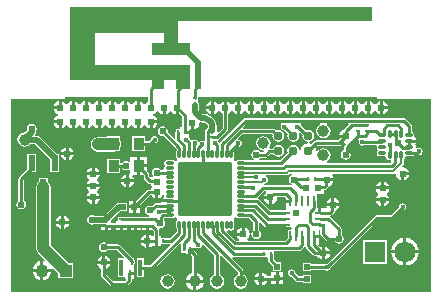
<source format=gtl>
G04*
G04 #@! TF.GenerationSoftware,Altium Limited,Altium Designer,19.1.5 (86)*
G04*
G04 Layer_Physical_Order=1*
G04 Layer_Color=255*
%FSLAX25Y25*%
%MOIN*%
G70*
G01*
G75*
%ADD10C,0.00787*%
%ADD17R,0.00984X0.01378*%
%ADD18R,0.01968X0.01968*%
%ADD19R,0.01378X0.00984*%
G04:AMPARAMS|DCode=20|XSize=24.02mil|YSize=13.78mil|CornerRadius=3.45mil|HoleSize=0mil|Usage=FLASHONLY|Rotation=180.000|XOffset=0mil|YOffset=0mil|HoleType=Round|Shape=RoundedRectangle|*
%AMROUNDEDRECTD20*
21,1,0.02402,0.00689,0,0,180.0*
21,1,0.01713,0.01378,0,0,180.0*
1,1,0.00689,-0.00856,0.00345*
1,1,0.00689,0.00856,0.00345*
1,1,0.00689,0.00856,-0.00345*
1,1,0.00689,-0.00856,-0.00345*
%
%ADD20ROUNDEDRECTD20*%
G04:AMPARAMS|DCode=21|XSize=24.02mil|YSize=13.78mil|CornerRadius=3.45mil|HoleSize=0mil|Usage=FLASHONLY|Rotation=270.000|XOffset=0mil|YOffset=0mil|HoleType=Round|Shape=RoundedRectangle|*
%AMROUNDEDRECTD21*
21,1,0.02402,0.00689,0,0,270.0*
21,1,0.01713,0.01378,0,0,270.0*
1,1,0.00689,-0.00345,-0.00856*
1,1,0.00689,-0.00345,0.00856*
1,1,0.00689,0.00345,0.00856*
1,1,0.00689,0.00345,-0.00856*
%
%ADD21ROUNDEDRECTD21*%
%ADD22R,0.01063X0.03268*%
%ADD23R,0.03268X0.01063*%
%ADD24C,0.03937*%
%ADD25R,0.02200X0.05200*%
%ADD26R,0.01968X0.01968*%
%ADD27R,0.01575X0.05512*%
%ADD28R,0.00787X0.01968*%
%ADD29R,0.03543X0.03937*%
%ADD30O,0.01181X0.03150*%
%ADD31O,0.03150X0.01181*%
%ADD32R,0.01575X0.01575*%
%ADD54C,0.01968*%
%ADD55C,0.03098*%
G04:AMPARAMS|DCode=56|XSize=181.1mil|YSize=181.1mil|CornerRadius=9.06mil|HoleSize=0mil|Usage=FLASHONLY|Rotation=90.000|XOffset=0mil|YOffset=0mil|HoleType=Round|Shape=RoundedRectangle|*
%AMROUNDEDRECTD56*
21,1,0.18110,0.16299,0,0,90.0*
21,1,0.16299,0.18110,0,0,90.0*
1,1,0.01811,0.08150,0.08150*
1,1,0.01811,0.08150,-0.08150*
1,1,0.01811,-0.08150,-0.08150*
1,1,0.01811,-0.08150,0.08150*
%
%ADD56ROUNDEDRECTD56*%
%ADD57C,0.00984*%
%ADD58C,0.03937*%
%ADD59C,0.02953*%
%ADD60C,0.03150*%
%ADD61R,0.04331X0.04331*%
%ADD62C,0.04331*%
%ADD63C,0.03902*%
%ADD64C,0.07087*%
%ADD65R,0.07087X0.07087*%
%ADD66C,0.02402*%
%ADD67C,0.01575*%
G36*
X121181Y90945D02*
X56614D01*
Y83858D01*
X60551D01*
Y81286D01*
X64153Y77684D01*
X64134Y77665D01*
X64134Y68504D01*
X62323D01*
X62323Y76954D01*
X59355Y79921D01*
X47953D01*
Y83858D01*
X51890D01*
Y87008D01*
X29055D01*
Y76496D01*
X60551D01*
Y68504D01*
X55827D01*
Y71417D01*
X51890D01*
Y68504D01*
X47953D01*
Y71417D01*
X20472D01*
Y95709D01*
X121181D01*
Y90945D01*
D02*
G37*
G36*
X122880Y65441D02*
X123054Y65180D01*
X123315Y65006D01*
X123622Y64945D01*
X140929D01*
Y803D01*
X803D01*
Y64945D01*
X18110D01*
X18417Y65006D01*
X18678Y65180D01*
X18852Y65441D01*
X18913Y65748D01*
X46735D01*
Y64248D01*
X46051Y63791D01*
X45773Y63375D01*
X45172D01*
X44894Y63791D01*
X44166Y64278D01*
X43807Y64349D01*
Y62205D01*
X42807D01*
Y64349D01*
X42448Y64278D01*
X41720Y63791D01*
X41442Y63375D01*
X40841D01*
X40563Y63791D01*
X39835Y64278D01*
X39476Y64349D01*
Y62205D01*
X38476D01*
Y64349D01*
X38118Y64278D01*
X37390Y63791D01*
X37112Y63375D01*
X36510D01*
X36232Y63791D01*
X35504Y64278D01*
X35146Y64349D01*
Y62205D01*
X34146D01*
Y64349D01*
X33787Y64278D01*
X33059Y63791D01*
X32781Y63375D01*
X32180D01*
X31902Y63791D01*
X31174Y64278D01*
X30815Y64349D01*
Y62205D01*
X29815D01*
Y64349D01*
X29456Y64278D01*
X28728Y63791D01*
X28450Y63375D01*
X27849D01*
X27571Y63791D01*
X26843Y64278D01*
X26484Y64349D01*
Y62205D01*
X25484D01*
Y64349D01*
X25126Y64278D01*
X24398Y63791D01*
X24120Y63375D01*
X23518D01*
X23240Y63791D01*
X22512Y64278D01*
X22154Y64349D01*
Y62205D01*
X21154D01*
Y64349D01*
X20795Y64278D01*
X20067Y63791D01*
X19789Y63375D01*
X19187D01*
X18910Y63791D01*
X18181Y64278D01*
X17823Y64349D01*
Y62205D01*
X17323D01*
Y61705D01*
X15178D01*
X15250Y61346D01*
X15736Y60618D01*
X16464Y60132D01*
X16636Y60097D01*
Y59588D01*
X16464Y59553D01*
X15736Y59067D01*
X15250Y58339D01*
X15178Y57980D01*
X17323D01*
Y57480D01*
X17823D01*
Y55336D01*
X18181Y55407D01*
X18910Y55894D01*
X19187Y56310D01*
X19789D01*
X20067Y55894D01*
X20795Y55407D01*
X21154Y55336D01*
Y57480D01*
X22154D01*
Y55336D01*
X22512Y55407D01*
X23240Y55894D01*
X23518Y56310D01*
X24120D01*
X24398Y55894D01*
X25126Y55407D01*
X25484Y55336D01*
Y57480D01*
X26484D01*
Y55336D01*
X26843Y55407D01*
X27571Y55894D01*
X27849Y56310D01*
X28450D01*
X28728Y55894D01*
X29456Y55407D01*
X29815Y55336D01*
Y57480D01*
X30815D01*
Y55336D01*
X31174Y55407D01*
X31902Y55894D01*
X32180Y56310D01*
X32781D01*
X33059Y55894D01*
X33787Y55407D01*
X34146Y55336D01*
Y57480D01*
X35146D01*
Y55336D01*
X35504Y55407D01*
X36232Y55894D01*
X36510Y56310D01*
X37112D01*
X37390Y55894D01*
X38118Y55407D01*
X38476Y55336D01*
Y57480D01*
X39476D01*
Y55336D01*
X39835Y55407D01*
X40563Y55894D01*
X40841Y56310D01*
X41442D01*
X41720Y55894D01*
X42448Y55407D01*
X42807Y55336D01*
Y57480D01*
X43807D01*
Y55336D01*
X44166Y55407D01*
X44894Y55894D01*
X45172Y56310D01*
X45773D01*
X46051Y55894D01*
X46779Y55407D01*
X47138Y55336D01*
Y57480D01*
X47638D01*
Y57980D01*
X49782D01*
X49711Y58339D01*
X49224Y59067D01*
X48496Y59553D01*
X48324Y59588D01*
Y60097D01*
X48496Y60132D01*
X49224Y60618D01*
X49503Y61034D01*
X50104D01*
X50382Y60618D01*
X51110Y60132D01*
X51468Y60060D01*
Y62205D01*
X52469D01*
Y60060D01*
X52827Y60132D01*
X53555Y60618D01*
X53833Y61034D01*
X54435D01*
X54712Y60618D01*
X55440Y60132D01*
X55799Y60060D01*
Y62205D01*
X56799D01*
Y60060D01*
X57105Y60121D01*
X57955Y59272D01*
Y55626D01*
X57366D01*
Y55020D01*
X55807D01*
Y54024D01*
X55790Y53937D01*
Y52100D01*
X55290Y51893D01*
X53143Y54040D01*
X53201Y54331D01*
X53077Y54953D01*
X52724Y55480D01*
X52197Y55833D01*
X51575Y55956D01*
X50953Y55833D01*
X50425Y55480D01*
X50073Y54953D01*
X49949Y54331D01*
X50073Y53709D01*
X50425Y53181D01*
X50953Y52829D01*
X51575Y52705D01*
X51865Y52763D01*
X56183Y48445D01*
Y48254D01*
X56160Y48219D01*
X56083Y47835D01*
Y45866D01*
X56160Y45482D01*
X56327Y45232D01*
X56360Y45043D01*
X56295Y44610D01*
X56225Y44563D01*
X56178Y44492D01*
X55744Y44427D01*
X55555Y44461D01*
X55305Y44628D01*
X54921Y44704D01*
X52953D01*
X52569Y44628D01*
X52243Y44410D01*
X52026Y44085D01*
X51949Y43701D01*
X52026Y43317D01*
X52037Y43299D01*
X52209Y42913D01*
X52037Y42527D01*
X52026Y42510D01*
X51949Y42126D01*
X51983Y41954D01*
X51662Y41454D01*
X50920D01*
X50756Y41701D01*
X50228Y42053D01*
X49606Y42177D01*
X48984Y42053D01*
X48457Y41701D01*
X48104Y41173D01*
X47981Y40551D01*
X48104Y39929D01*
X48235Y39733D01*
X48132Y39063D01*
X48020Y38988D01*
X47382Y38934D01*
X46966Y39351D01*
Y40027D01*
X46966Y40028D01*
X46897Y40373D01*
X46702Y40666D01*
X46702Y40666D01*
X46287Y41080D01*
Y42272D01*
X44016D01*
Y39803D01*
X45010D01*
X45160Y39653D01*
Y38976D01*
X45229Y38631D01*
X45424Y38338D01*
X46728Y37034D01*
X47021Y36838D01*
X47367Y36770D01*
X47488D01*
X47533Y36543D01*
X48012Y35827D01*
X47533Y35111D01*
X47488Y34884D01*
X46973D01*
X46627Y34815D01*
X46334Y34619D01*
X46334Y34619D01*
X42833Y31118D01*
X42626D01*
Y29634D01*
X44110D01*
Y29841D01*
X47285Y33016D01*
X47808Y32983D01*
X48020Y32665D01*
X48748Y32179D01*
X49106Y32107D01*
Y34252D01*
X50106D01*
Y32107D01*
X50465Y32179D01*
X51193Y32665D01*
X51596Y33268D01*
X52026Y33061D01*
X51949Y32677D01*
X52008Y32384D01*
X51806Y32249D01*
X51455Y31723D01*
X51430Y31602D01*
X53937D01*
Y30602D01*
X51096D01*
X50955Y30431D01*
X49202D01*
X48857Y30362D01*
X48564Y30166D01*
X47855Y29457D01*
X47244Y29579D01*
X46622Y29455D01*
X46095Y29102D01*
X45742Y28575D01*
X45618Y27953D01*
X45742Y27331D01*
X46095Y26803D01*
X46622Y26451D01*
X46861Y26403D01*
X46812Y25903D01*
X37795D01*
X37708Y25886D01*
X36713D01*
Y24327D01*
X36106D01*
Y23738D01*
X34366D01*
Y24327D01*
X34366D01*
X34256Y24592D01*
X37393Y27729D01*
X38189D01*
X38325Y27756D01*
X39567D01*
Y28998D01*
X39594Y29134D01*
X39567Y29270D01*
Y30512D01*
X38325D01*
X38189Y30539D01*
X36811D01*
X36273Y30432D01*
X35818Y30127D01*
X31898Y26208D01*
X28720D01*
X28575Y26305D01*
X27953Y26429D01*
X27331Y26305D01*
X26803Y25953D01*
X26451Y25425D01*
X26327Y24803D01*
X26451Y24181D01*
X26803Y23654D01*
X27331Y23301D01*
X27953Y23177D01*
X28575Y23301D01*
X28720Y23398D01*
X30988D01*
Y23335D01*
X32677D01*
Y22835D01*
X33177D01*
Y21342D01*
X34366D01*
Y21932D01*
X36106D01*
Y21342D01*
X37295D01*
Y22835D01*
X38295D01*
Y21342D01*
X39484D01*
Y21932D01*
X40831D01*
Y21342D01*
X42020D01*
Y22835D01*
X43020D01*
Y21342D01*
X44209D01*
Y21932D01*
X44768D01*
Y21342D01*
X45957D01*
Y22835D01*
X46957D01*
Y21342D01*
X48146D01*
X48506Y21006D01*
Y19406D01*
X47917D01*
X47917Y19406D01*
Y19406D01*
X47525Y19649D01*
X47315Y19790D01*
X46957Y19861D01*
Y17717D01*
Y15572D01*
X47315Y15643D01*
X47525Y15783D01*
X47917Y16027D01*
Y16028D01*
X47917Y16028D01*
X48909D01*
Y17717D01*
X49909D01*
Y16028D01*
X50902D01*
Y16634D01*
X52461D01*
Y16813D01*
X53805D01*
X54013Y16313D01*
X47460Y9761D01*
X45276D01*
Y12008D01*
X42913D01*
Y5709D01*
X45276D01*
Y7955D01*
X47835D01*
X48180Y8024D01*
X48473Y8220D01*
X57061Y16808D01*
X57561Y16601D01*
Y14961D01*
X57579Y14873D01*
Y13878D01*
X59138D01*
Y13272D01*
X60130D01*
Y14961D01*
X60630D01*
Y15461D01*
X62206D01*
X62300Y15525D01*
X62622Y15625D01*
X62925Y15423D01*
X63386Y15331D01*
X63847Y15423D01*
X64237Y15684D01*
X64498Y16075D01*
X64584Y16503D01*
X64713Y16587D01*
X65061Y16733D01*
X68782Y13012D01*
Y6560D01*
X68763Y6556D01*
X67982Y6034D01*
X67460Y5252D01*
X67277Y4331D01*
X67460Y3409D01*
X67982Y2628D01*
X68763Y2106D01*
X69685Y1922D01*
X70607Y2106D01*
X71388Y2628D01*
X71910Y3409D01*
X72093Y4331D01*
X71910Y5252D01*
X71388Y6034D01*
X70607Y6556D01*
X70588Y6560D01*
Y12860D01*
X71088Y13068D01*
X76656Y7500D01*
Y6560D01*
X76637Y6556D01*
X75856Y6034D01*
X75334Y5252D01*
X75151Y4331D01*
X75334Y3409D01*
X75856Y2628D01*
X76637Y2106D01*
X77559Y1922D01*
X78481Y2106D01*
X79262Y2628D01*
X79784Y3409D01*
X79967Y4331D01*
X79784Y5252D01*
X79262Y6034D01*
X78481Y6556D01*
X78462Y6560D01*
Y7874D01*
X78462Y7874D01*
X78394Y8220D01*
X78198Y8513D01*
X74575Y12135D01*
X74833Y12524D01*
X74870Y12548D01*
X75197Y12483D01*
X84547D01*
Y12303D01*
X86319D01*
X86695Y12005D01*
Y11345D01*
X86764Y10999D01*
X86960Y10706D01*
X88329Y9337D01*
Y7858D01*
X91085D01*
Y10614D01*
X89606D01*
X88502Y11719D01*
Y13386D01*
X88484Y13473D01*
Y14451D01*
X96850D01*
X97196Y14520D01*
X97489Y14716D01*
X98631Y15857D01*
X98641Y15872D01*
X99166Y15796D01*
X99361Y15503D01*
X101724Y13141D01*
X102017Y12945D01*
X102362Y12876D01*
X103075D01*
X103531Y12193D01*
X104259Y11706D01*
X104618Y11635D01*
Y13780D01*
Y15924D01*
X104259Y15853D01*
X104067Y15724D01*
X103710Y16081D01*
X103679Y16102D01*
X103355Y16426D01*
X103500Y16776D01*
X103500D01*
Y18910D01*
X101969D01*
Y19909D01*
X103500D01*
Y21545D01*
X104000Y21844D01*
X104057Y21813D01*
Y20236D01*
X104126Y19891D01*
X104322Y19598D01*
X106054Y17865D01*
X106347Y17670D01*
X106693Y17601D01*
X108922D01*
X109087Y17354D01*
X109614Y17002D01*
X110236Y16878D01*
X110858Y17002D01*
X111386Y17354D01*
X111738Y17882D01*
X111862Y18504D01*
X111738Y19126D01*
X111386Y19654D01*
X111139Y19818D01*
Y21654D01*
X111071Y21999D01*
X110875Y22292D01*
X107371Y25796D01*
X107363Y25802D01*
X107419Y26159D01*
X107498Y26313D01*
X107787Y26370D01*
X108080Y26566D01*
X108656Y27143D01*
X108852Y27436D01*
X108921Y27781D01*
Y27807D01*
X109126Y27848D01*
X109854Y28335D01*
X110341Y29063D01*
X110412Y29421D01*
X106123D01*
X106168Y29197D01*
X105883Y28697D01*
X104319D01*
Y27165D01*
X103319D01*
Y28697D01*
X103286D01*
X102894Y28957D01*
Y33012D01*
X102894D01*
X103046Y33449D01*
X105134D01*
Y34924D01*
X105512D01*
X105857Y34992D01*
X106150Y35188D01*
X106727Y35765D01*
X106923Y36058D01*
X106925Y36070D01*
X107158Y36116D01*
X107886Y36602D01*
X108372Y37330D01*
X108444Y37689D01*
X106299D01*
Y38689D01*
X108444D01*
X108372Y39048D01*
X107975Y39642D01*
X108169Y40142D01*
X128347D01*
X128654Y40203D01*
X128766Y40279D01*
X128970Y40228D01*
X129189Y40116D01*
X129277Y40033D01*
X129423Y39299D01*
X129909Y38571D01*
X130637Y38084D01*
X130996Y38013D01*
Y40157D01*
X131496D01*
Y40657D01*
X133641D01*
X133569Y41016D01*
X133083Y41744D01*
X132355Y42231D01*
X131621Y42377D01*
X131388Y42851D01*
X131670Y43133D01*
X131844Y43393D01*
X131905Y43701D01*
Y44980D01*
X131979Y45029D01*
X132142Y45273D01*
X132200Y45561D01*
Y45645D01*
X132304Y45750D01*
X132700Y45979D01*
X132844Y45950D01*
X134557D01*
X134845Y46007D01*
X135089Y46170D01*
X135152Y46264D01*
X136378D01*
X136724Y46333D01*
X136905Y46454D01*
X137008Y46434D01*
X137469Y46525D01*
X137859Y46786D01*
X138120Y47177D01*
X138212Y47638D01*
X138120Y48099D01*
X137859Y48489D01*
X137469Y48750D01*
X137008Y48842D01*
X136547Y48750D01*
X136428Y48671D01*
X135928Y48938D01*
Y49360D01*
X135824Y49885D01*
X135747Y50000D01*
X135824Y50115D01*
X135897Y50484D01*
X133701D01*
Y51484D01*
X135897D01*
X135824Y51853D01*
X135526Y52298D01*
X135281Y52462D01*
X135310Y52608D01*
Y53297D01*
X135252Y53585D01*
X135089Y53829D01*
X134845Y53993D01*
X134604Y54041D01*
Y56011D01*
X134535Y56357D01*
X134339Y56650D01*
X132477Y58513D01*
X132184Y58708D01*
X131838Y58777D01*
X79134D01*
X79134Y58777D01*
X78788Y58708D01*
X78495Y58513D01*
X78495Y58513D01*
X70621Y50639D01*
X70619Y50636D01*
X70595Y50618D01*
X70500Y50593D01*
X70027Y50771D01*
X70010Y50854D01*
X69916Y50995D01*
X70031Y51528D01*
X70324Y51724D01*
X73080Y54479D01*
X73080Y54479D01*
X73275Y54773D01*
X73344Y55118D01*
X73344Y55118D01*
Y60161D01*
X74028Y60618D01*
X74306Y61034D01*
X74907D01*
X75185Y60618D01*
X75913Y60132D01*
X76272Y60060D01*
Y62205D01*
Y64349D01*
X75913Y64278D01*
X75185Y63791D01*
X74907Y63375D01*
X74306D01*
X74028Y63791D01*
X73300Y64278D01*
X72941Y64349D01*
Y62205D01*
X71941D01*
Y64349D01*
X71582Y64278D01*
X70854Y63791D01*
X70576Y63375D01*
X69975D01*
X69697Y63791D01*
X68969Y64278D01*
X68610Y64349D01*
Y62205D01*
Y60060D01*
X68969Y60132D01*
X69697Y60618D01*
X69975Y61034D01*
X70576D01*
X70854Y60618D01*
X71538Y60161D01*
Y55492D01*
X70201Y54155D01*
X69923Y54185D01*
X69515Y54528D01*
Y55905D01*
X69524D01*
X69382Y56985D01*
X68965Y57990D01*
X68303Y58854D01*
X67439Y59516D01*
X66434Y59933D01*
X65354Y60075D01*
Y60075D01*
X64885Y60149D01*
X64683Y60189D01*
X64113Y60570D01*
X63733Y61139D01*
X63604Y61784D01*
X63610Y61811D01*
Y63189D01*
X63503Y63727D01*
X63329Y63986D01*
X63287Y64468D01*
X63287Y64468D01*
X63287Y64468D01*
Y65748D01*
X122819D01*
X122880Y65441D01*
D02*
G37*
G36*
X64172Y57400D02*
X65354Y57244D01*
Y57244D01*
X65822Y57166D01*
X65873Y57156D01*
X66312Y56863D01*
X66605Y56424D01*
X66707Y55913D01*
X66705Y55905D01*
Y55778D01*
X65897Y54969D01*
X65701Y54676D01*
X65632Y54331D01*
Y51310D01*
X65132Y51043D01*
X65028Y51113D01*
X64567Y51204D01*
X64106Y51113D01*
X63867Y50953D01*
X63563Y50923D01*
X63258Y51067D01*
X63105Y51294D01*
X62715Y51556D01*
X62254Y51647D01*
X61793Y51556D01*
X61460Y51333D01*
X61334Y51307D01*
X60866Y51391D01*
X60776Y51525D01*
X60776Y51525D01*
X60635Y51666D01*
X60561Y52036D01*
X60350Y52351D01*
Y53437D01*
X58858D01*
Y54437D01*
X60350D01*
Y54597D01*
X60850Y54956D01*
X60917Y54942D01*
Y57087D01*
X61917D01*
Y54942D01*
X62276Y55014D01*
X63004Y55500D01*
X63490Y56228D01*
X63658Y57072D01*
X63680Y57160D01*
X64095Y57432D01*
X64172Y57400D01*
D02*
G37*
G36*
X113499Y56509D02*
X111960Y54969D01*
X111885Y54858D01*
X111740Y54829D01*
X111012Y54343D01*
X110525Y53615D01*
X110454Y53256D01*
X112598D01*
Y52256D01*
X110454D01*
X110515Y51950D01*
X109862Y51297D01*
X102610D01*
X102265Y51228D01*
X101972Y51032D01*
X101147Y50208D01*
X101069Y50260D01*
X100301Y50412D01*
Y50922D01*
X100833Y51028D01*
X101476Y51458D01*
X101905Y52100D01*
X102056Y52858D01*
X101905Y53616D01*
X101476Y54259D01*
X100833Y54689D01*
X100075Y54839D01*
X99317Y54689D01*
X99193Y54606D01*
X97603Y56196D01*
X97569Y56366D01*
X97499Y56471D01*
X97767Y56971D01*
X103865D01*
X104016Y56471D01*
X103384Y56049D01*
X102866Y55273D01*
X102684Y54358D01*
X102866Y53443D01*
X103384Y52668D01*
X104160Y52150D01*
X105075Y51968D01*
X105990Y52150D01*
X106765Y52668D01*
X107283Y53443D01*
X107465Y54358D01*
X107283Y55273D01*
X106765Y56049D01*
X106133Y56471D01*
X106285Y56971D01*
X113308D01*
X113499Y56509D01*
D02*
G37*
G36*
X91083Y56471D02*
X91013Y56366D01*
X90922Y55905D01*
X91013Y55445D01*
X91274Y55054D01*
X91665Y54793D01*
X91973Y54732D01*
X93219Y53486D01*
X93094Y52858D01*
X93245Y52100D01*
X93674Y51458D01*
X94317Y51028D01*
X95075Y50877D01*
X95833Y51028D01*
X96476Y51458D01*
X96905Y52100D01*
X97056Y52858D01*
X96905Y53616D01*
X96872Y53665D01*
X97261Y53984D01*
X98142Y53102D01*
X98094Y52858D01*
X98245Y52100D01*
X98674Y51458D01*
X99317Y51028D01*
X99849Y50922D01*
Y50412D01*
X99080Y50260D01*
X98237Y49696D01*
X97673Y48853D01*
X97521Y48084D01*
X97011D01*
X96905Y48616D01*
X96476Y49259D01*
X95833Y49689D01*
X95075Y49839D01*
X94317Y49689D01*
X93674Y49259D01*
X93245Y48616D01*
X93094Y47858D01*
X93211Y47271D01*
X90543Y44604D01*
X83674D01*
X83523Y45104D01*
X83827Y45307D01*
X83991Y45553D01*
X85827D01*
X86172Y45622D01*
X86465Y45818D01*
X87423Y46776D01*
X88461D01*
X88674Y46457D01*
X89317Y46028D01*
X90075Y45877D01*
X90833Y46028D01*
X91476Y46457D01*
X91905Y47100D01*
X92056Y47858D01*
X91905Y48616D01*
X91476Y49259D01*
X90833Y49689D01*
X90075Y49839D01*
X89317Y49689D01*
X88674Y49259D01*
X88245Y48616D01*
X88238Y48582D01*
X87309D01*
X87039Y49078D01*
X87283Y49444D01*
X87465Y50358D01*
X87283Y51273D01*
X86765Y52049D01*
X85990Y52567D01*
X85075Y52749D01*
X84160Y52567D01*
X83385Y52049D01*
X82866Y51273D01*
X82684Y50358D01*
X82866Y49444D01*
X83385Y48668D01*
X84160Y48150D01*
X85033Y47976D01*
X85161Y47804D01*
X85318Y47506D01*
X85218Y47360D01*
X83991D01*
X83827Y47606D01*
X83299Y47959D01*
X82677Y48082D01*
X82055Y47959D01*
X81528Y47606D01*
X81175Y47079D01*
X81051Y46457D01*
X81175Y45835D01*
X81528Y45307D01*
X81832Y45104D01*
X81680Y44604D01*
X78963D01*
X78927Y44628D01*
X78543Y44704D01*
X76575D01*
X76191Y44628D01*
X75941Y44461D01*
X75752Y44427D01*
X75319Y44492D01*
X75271Y44563D01*
X75201Y44610D01*
X75136Y45043D01*
X75170Y45232D01*
X75337Y45482D01*
X75413Y45866D01*
Y47614D01*
X77042Y49243D01*
X77232Y49281D01*
X77623Y49542D01*
X77884Y49933D01*
X77976Y50394D01*
X77884Y50854D01*
X77623Y51245D01*
X77232Y51506D01*
X76804Y51591D01*
X76720Y51721D01*
X76574Y52068D01*
X77933Y53427D01*
X87805D01*
X88134Y53060D01*
X88094Y52858D01*
X88245Y52100D01*
X88674Y51458D01*
X89317Y51028D01*
X90075Y50877D01*
X90833Y51028D01*
X91476Y51458D01*
X91905Y52100D01*
X92056Y52858D01*
X91905Y53616D01*
X91476Y54259D01*
X90833Y54689D01*
X90075Y54839D01*
X89317Y54689D01*
X89192Y54605D01*
X88828Y54969D01*
X88535Y55165D01*
X88189Y55234D01*
X78424D01*
X78233Y55696D01*
X79508Y56971D01*
X90816D01*
X91083Y56471D01*
D02*
G37*
G36*
X116971Y51266D02*
X116994Y51230D01*
X116906Y50787D01*
X116998Y50327D01*
X117259Y49936D01*
X117649Y49675D01*
X118110Y49583D01*
X118571Y49675D01*
X118885Y49884D01*
X122617D01*
X122963Y49384D01*
X122958Y49360D01*
Y48671D01*
X123015Y48383D01*
X123140Y48031D01*
X123015Y47680D01*
X122958Y47392D01*
Y46703D01*
X123015Y46415D01*
X123178Y46170D01*
X123423Y46007D01*
X123711Y45950D01*
X125423D01*
X125568Y45979D01*
X125964Y45750D01*
X126068Y45645D01*
Y45561D01*
X126126Y45273D01*
X126289Y45029D01*
X126533Y44866D01*
X126821Y44808D01*
X127510D01*
X127777Y44420D01*
X127792Y44228D01*
X127404Y43817D01*
X106391D01*
X106239Y44317D01*
X106765Y44668D01*
X107283Y45443D01*
X107465Y46358D01*
X107283Y47273D01*
X106765Y48049D01*
X105990Y48567D01*
X105075Y48749D01*
X104160Y48567D01*
X103384Y48049D01*
X103153Y47701D01*
X102738Y47837D01*
X102670Y47879D01*
X102476Y48853D01*
X102424Y48930D01*
X102984Y49490D01*
X110236D01*
X110582Y49559D01*
X110875Y49755D01*
X111792Y50672D01*
X112355Y50560D01*
X112530Y50027D01*
X112231Y49729D01*
X112035Y49436D01*
X111966Y49090D01*
Y47952D01*
X111449Y47606D01*
X111097Y47079D01*
X110973Y46457D01*
X111097Y45835D01*
X111449Y45307D01*
X111976Y44955D01*
X112598Y44831D01*
X113221Y44955D01*
X113748Y45307D01*
X114100Y45835D01*
X114224Y46457D01*
X114100Y47079D01*
X113773Y47569D01*
Y48716D01*
X116582Y51525D01*
X116971Y51266D01*
D02*
G37*
G36*
X94564Y39950D02*
X94580Y39642D01*
X94126Y39338D01*
X93774Y38811D01*
X93650Y38189D01*
X93774Y37567D01*
X94126Y37039D01*
X94634Y36700D01*
X94440Y36268D01*
X94095Y36336D01*
X85616D01*
X85341Y36824D01*
X85341Y36836D01*
X85512Y37001D01*
X85894Y37076D01*
X86285Y37337D01*
X86546Y37728D01*
X86637Y38189D01*
X86546Y38650D01*
X86285Y39040D01*
X85974Y39248D01*
X86003Y39601D01*
X86057Y39748D01*
X92913D01*
X93221Y39810D01*
X93481Y39983D01*
X93640Y40142D01*
X94497D01*
X94564Y39950D01*
D02*
G37*
G36*
X86054Y34030D02*
X85815Y33870D01*
X85329Y33142D01*
X85257Y32783D01*
X87402D01*
Y32283D01*
X87902D01*
Y30139D01*
X88260Y30210D01*
X88988Y30697D01*
X89475Y31425D01*
X89645Y32283D01*
X89874Y32561D01*
X92154D01*
X92563Y32153D01*
Y31484D01*
X94095D01*
Y30484D01*
X92563D01*
Y28350D01*
X92171Y28091D01*
X90216D01*
Y28069D01*
X87382D01*
X83710Y31741D01*
X83483Y31892D01*
X83386Y32159D01*
X83345Y32461D01*
X85413Y34530D01*
X85902D01*
X86054Y34030D01*
D02*
G37*
G36*
X56178Y25587D02*
X56225Y25516D01*
X56295Y25469D01*
X56360Y25036D01*
X56327Y24847D01*
X56160Y24597D01*
X56083Y24213D01*
Y22244D01*
X56146Y21929D01*
Y20809D01*
X53957Y18620D01*
X52461D01*
Y18799D01*
X50902D01*
Y19406D01*
X50313D01*
Y21457D01*
X50287Y21586D01*
X50631Y21999D01*
X50672Y22019D01*
X50787Y21996D01*
X51410Y22120D01*
X51937Y22472D01*
X52289Y23000D01*
X52413Y23622D01*
X52289Y24244D01*
X51962Y24735D01*
Y25267D01*
X52132Y25437D01*
X52637D01*
X52953Y25374D01*
X54921D01*
X55305Y25451D01*
X55555Y25618D01*
X55744Y25651D01*
X56178Y25587D01*
D02*
G37*
G36*
X75941Y25618D02*
X76191Y25451D01*
X76575Y25374D01*
X78543D01*
X78927Y25451D01*
X78963Y25475D01*
X80335D01*
X81774Y24035D01*
Y21393D01*
X81528Y21228D01*
X81175Y20701D01*
X81076Y20201D01*
X80566Y20201D01*
X80419Y20937D01*
X79933Y21665D01*
X79205Y22152D01*
X78847Y22223D01*
Y20079D01*
X78347D01*
Y19579D01*
X76202D01*
X76273Y19220D01*
X76760Y18492D01*
X76999Y18332D01*
X76847Y17832D01*
X75965D01*
X73028Y20769D01*
X73185Y21289D01*
X73639Y21493D01*
X74008Y21329D01*
X74025Y21317D01*
X74410Y21241D01*
X74793Y21317D01*
X75119Y21534D01*
X75337Y21860D01*
X75413Y22244D01*
Y24213D01*
X75337Y24597D01*
X75170Y24847D01*
X75136Y25036D01*
X75201Y25469D01*
X75271Y25516D01*
X75319Y25587D01*
X75752Y25651D01*
X75941Y25618D01*
D02*
G37*
G36*
X85582Y22590D02*
X85582Y22590D01*
X85875Y22394D01*
X86221Y22325D01*
X90216D01*
Y22303D01*
X94139D01*
X94375Y22147D01*
X94514Y21937D01*
X94408Y21437D01*
X93169D01*
Y18659D01*
X92342Y17832D01*
X79846D01*
X79694Y18332D01*
X79933Y18492D01*
X80419Y19220D01*
X80566Y19956D01*
X81076Y19956D01*
X81175Y19457D01*
X81528Y18929D01*
X82055Y18577D01*
X82677Y18453D01*
X83299Y18577D01*
X83827Y18929D01*
X84179Y19457D01*
X84303Y20079D01*
X84179Y20701D01*
X83827Y21228D01*
X83580Y21393D01*
Y23884D01*
X84080Y24091D01*
X85582Y22590D01*
D02*
G37*
%LPC*%
G36*
X123909Y64349D02*
X123551Y64278D01*
X122823Y63791D01*
X122545Y63375D01*
X121943D01*
X121665Y63791D01*
X120937Y64278D01*
X120579Y64349D01*
Y62205D01*
Y60060D01*
X120937Y60132D01*
X121665Y60618D01*
X121943Y61034D01*
X122545D01*
X122823Y60618D01*
X123551Y60132D01*
X123909Y60060D01*
Y62205D01*
Y64349D01*
D02*
G37*
G36*
X110917D02*
X110559Y64278D01*
X109831Y63791D01*
X109553Y63375D01*
X108951D01*
X108673Y63791D01*
X107945Y64278D01*
X107587Y64349D01*
Y62205D01*
Y60060D01*
X107945Y60132D01*
X108673Y60618D01*
X108951Y61034D01*
X109553D01*
X109831Y60618D01*
X110559Y60132D01*
X110917Y60060D01*
Y62205D01*
Y64349D01*
D02*
G37*
G36*
X93594D02*
X93236Y64278D01*
X92508Y63791D01*
X92230Y63375D01*
X91628D01*
X91351Y63791D01*
X90623Y64278D01*
X90264Y64349D01*
Y62205D01*
Y60060D01*
X90623Y60132D01*
X91351Y60618D01*
X91628Y61034D01*
X92230D01*
X92508Y60618D01*
X93236Y60132D01*
X93594Y60060D01*
Y62205D01*
Y64349D01*
D02*
G37*
G36*
X115248D02*
X114889Y64278D01*
X114161Y63791D01*
X113883Y63375D01*
X113282D01*
X113004Y63791D01*
X112276Y64278D01*
X111917Y64349D01*
Y62205D01*
Y60060D01*
X112276Y60132D01*
X113004Y60618D01*
X113282Y61034D01*
X113883D01*
X114161Y60618D01*
X114889Y60132D01*
X115248Y60060D01*
Y62205D01*
Y64349D01*
D02*
G37*
G36*
X97925D02*
X97566Y64278D01*
X96838Y63791D01*
X96561Y63375D01*
X95959D01*
X95681Y63791D01*
X94953Y64278D01*
X94595Y64349D01*
Y62205D01*
Y60060D01*
X94953Y60132D01*
X95681Y60618D01*
X95959Y61034D01*
X96561D01*
X96838Y60618D01*
X97566Y60132D01*
X97925Y60060D01*
Y62205D01*
Y64349D01*
D02*
G37*
G36*
X80602D02*
X80244Y64278D01*
X79516Y63791D01*
X79238Y63375D01*
X78636D01*
X78358Y63791D01*
X77630Y64278D01*
X77272Y64349D01*
Y62205D01*
Y60060D01*
X77630Y60132D01*
X78358Y60618D01*
X78636Y61034D01*
X79238D01*
X79516Y60618D01*
X80244Y60132D01*
X80602Y60060D01*
Y62205D01*
Y64349D01*
D02*
G37*
G36*
X106587Y64349D02*
X106228Y64278D01*
X105500Y63791D01*
X105222Y63375D01*
X104621D01*
X104343Y63791D01*
X103615Y64278D01*
X103256Y64349D01*
Y62205D01*
Y60060D01*
X103615Y60132D01*
X104343Y60618D01*
X104621Y61034D01*
X105222D01*
X105500Y60618D01*
X106228Y60132D01*
X106587Y60060D01*
Y62205D01*
Y64349D01*
D02*
G37*
G36*
X89264D02*
X88905Y64278D01*
X88177Y63791D01*
X87899Y63375D01*
X87298D01*
X87020Y63791D01*
X86292Y64278D01*
X85933Y64349D01*
Y62205D01*
Y60060D01*
X86292Y60132D01*
X87020Y60618D01*
X87298Y61034D01*
X87899D01*
X88177Y60618D01*
X88905Y60132D01*
X89264Y60060D01*
Y62205D01*
Y64349D01*
D02*
G37*
G36*
X124909Y64349D02*
Y62705D01*
X126554D01*
X126482Y63063D01*
X125996Y63791D01*
X125268Y64278D01*
X124909Y64349D01*
D02*
G37*
G36*
X67610Y64349D02*
X67251Y64278D01*
X66524Y63791D01*
X66037Y63063D01*
X65966Y62705D01*
X67610D01*
Y64349D01*
D02*
G37*
G36*
X16823D02*
X16464Y64278D01*
X15736Y63791D01*
X15250Y63063D01*
X15178Y62705D01*
X16823D01*
Y64349D01*
D02*
G37*
G36*
X126554Y61705D02*
X124909D01*
Y60060D01*
X125268Y60132D01*
X125996Y60618D01*
X126482Y61346D01*
X126554Y61705D01*
D02*
G37*
G36*
X116248Y64349D02*
Y62205D01*
Y60060D01*
X116607Y60132D01*
X117335Y60618D01*
X117613Y61034D01*
X118214D01*
X118492Y60618D01*
X119220Y60132D01*
X119579Y60060D01*
Y62205D01*
Y64349D01*
X119220Y64278D01*
X118492Y63791D01*
X118214Y63375D01*
X117613D01*
X117335Y63791D01*
X116607Y64278D01*
X116248Y64349D01*
D02*
G37*
G36*
X98925D02*
Y62205D01*
Y60060D01*
X99284Y60132D01*
X100012Y60618D01*
X100290Y61034D01*
X100891D01*
X101169Y60618D01*
X101897Y60132D01*
X102256Y60060D01*
Y62205D01*
Y64349D01*
X101897Y64278D01*
X101169Y63791D01*
X100891Y63375D01*
X100290D01*
X100012Y63791D01*
X99284Y64278D01*
X98925Y64349D01*
D02*
G37*
G36*
X81602D02*
Y62205D01*
Y60060D01*
X81961Y60132D01*
X82689Y60618D01*
X82967Y61034D01*
X83568D01*
X83846Y60618D01*
X84574Y60132D01*
X84933Y60060D01*
Y62205D01*
Y64349D01*
X84574Y64278D01*
X83846Y63791D01*
X83568Y63375D01*
X82967D01*
X82689Y63791D01*
X81961Y64278D01*
X81602Y64349D01*
D02*
G37*
G36*
X67610Y61705D02*
X65966D01*
X66037Y61346D01*
X66524Y60618D01*
X67251Y60132D01*
X67610Y60060D01*
Y61705D01*
D02*
G37*
G36*
X49782Y56980D02*
X48138D01*
Y55336D01*
X48496Y55407D01*
X49224Y55894D01*
X49711Y56622D01*
X49782Y56980D01*
D02*
G37*
G36*
X16823D02*
X15178D01*
X15250Y56622D01*
X15736Y55894D01*
X16464Y55407D01*
X16823Y55336D01*
Y56980D01*
D02*
G37*
G36*
X7874Y56744D02*
X7252Y56620D01*
X6724Y56268D01*
X6372Y55740D01*
X6248Y55118D01*
X6340Y54656D01*
X5641Y53957D01*
X5512Y53983D01*
X4590Y53800D01*
X3809Y53278D01*
X3287Y52496D01*
X3103Y51575D01*
X3287Y50653D01*
X3809Y49872D01*
X4590Y49350D01*
X5512Y49166D01*
X6434Y49350D01*
X7215Y49872D01*
X7288Y49981D01*
X9055D01*
X14031Y45006D01*
Y40609D01*
X17018D01*
Y46111D01*
X17018Y46124D01*
X17018Y46124D01*
X17018Y46382D01*
X17022Y46385D01*
X17018Y46415D01*
Y46596D01*
X16995D01*
X16994Y46599D01*
X16982Y46596D01*
X16414Y46596D01*
X10631Y52380D01*
X10175Y52684D01*
X9637Y52791D01*
X9073D01*
X8922Y53291D01*
X9172Y53666D01*
X9279Y54203D01*
Y54351D01*
X9376Y54496D01*
X9500Y55118D01*
X9376Y55740D01*
X9024Y56268D01*
X8496Y56620D01*
X7874Y56744D01*
D02*
G37*
G36*
X48819Y52779D02*
X48358Y52687D01*
X47967Y52426D01*
X47706Y52036D01*
X47673Y51865D01*
X46962Y51155D01*
X45681D01*
Y52614D01*
X41350D01*
Y47890D01*
X45681D01*
Y49349D01*
X47336D01*
X47682Y49417D01*
X47975Y49613D01*
X48746Y50385D01*
X48819Y50371D01*
X49280Y50462D01*
X49670Y50723D01*
X49931Y51114D01*
X50023Y51575D01*
X49931Y52036D01*
X49670Y52426D01*
X49280Y52687D01*
X48819Y52779D01*
D02*
G37*
G36*
X35248Y52661D02*
X35015Y52614D01*
X33083D01*
Y52408D01*
X29921D01*
X29000Y52225D01*
X28218Y51703D01*
X27696Y50922D01*
X27513Y50000D01*
X27696Y49078D01*
X28218Y48297D01*
X29000Y47775D01*
X29921Y47592D01*
X34996D01*
X35918Y47775D01*
X36090Y47890D01*
X37413D01*
Y49241D01*
X37473Y49330D01*
X37657Y50252D01*
X37473Y51174D01*
X37413Y51263D01*
Y52614D01*
X35481D01*
X35248Y52661D01*
D02*
G37*
G36*
X20185Y48995D02*
Y47350D01*
X21829D01*
X21758Y47709D01*
X21272Y48437D01*
X20544Y48924D01*
X20185Y48995D01*
D02*
G37*
G36*
X19185D02*
X18826Y48924D01*
X18098Y48437D01*
X17612Y47709D01*
X17541Y47350D01*
X19185D01*
Y48995D01*
D02*
G37*
G36*
X21829Y46350D02*
X20185D01*
Y44706D01*
X20544Y44777D01*
X21272Y45264D01*
X21758Y45992D01*
X21829Y46350D01*
D02*
G37*
G36*
X19185D02*
X17541D01*
X17612Y45992D01*
X18098Y45264D01*
X18826Y44777D01*
X19185Y44706D01*
Y46350D01*
D02*
G37*
G36*
X43016Y45740D02*
X40744D01*
Y44514D01*
X40244Y44247D01*
X39992Y44415D01*
X39370Y44539D01*
X38748Y44415D01*
X38221Y44063D01*
X38056Y43817D01*
X37413D01*
Y45134D01*
X33083D01*
Y40409D01*
X37413D01*
Y42010D01*
X38056D01*
X38221Y41764D01*
X38748Y41411D01*
X39370Y41288D01*
X39992Y41411D01*
X40244Y41580D01*
X40744Y41313D01*
Y40343D01*
X40264Y39959D01*
Y38295D01*
X41908D01*
X41837Y38654D01*
X41403Y39303D01*
X41492Y39604D01*
X41620Y39803D01*
X43016D01*
Y42772D01*
Y45740D01*
D02*
G37*
G36*
X46287D02*
X44016D01*
Y43272D01*
X46287D01*
Y45740D01*
D02*
G37*
G36*
X28846Y42302D02*
Y40657D01*
X30491D01*
X30420Y41016D01*
X29933Y41744D01*
X29205Y42231D01*
X28846Y42302D01*
D02*
G37*
G36*
X27847D02*
X27488Y42231D01*
X26760Y41744D01*
X26273Y41016D01*
X26202Y40657D01*
X27847D01*
Y42302D01*
D02*
G37*
G36*
X39264Y39940D02*
X38905Y39868D01*
X38177Y39382D01*
X37691Y38654D01*
X37619Y38295D01*
X39264D01*
Y39940D01*
D02*
G37*
G36*
X133641Y39658D02*
X131996D01*
Y38013D01*
X132355Y38084D01*
X133083Y38571D01*
X133569Y39299D01*
X133641Y39658D01*
D02*
G37*
G36*
X30491Y39658D02*
X26202D01*
X26273Y39299D01*
X26760Y38571D01*
X26957Y38439D01*
Y37939D01*
X26760Y37807D01*
X26273Y37079D01*
X26202Y36720D01*
X30491D01*
X30420Y37079D01*
X29933Y37807D01*
X29736Y37939D01*
Y38439D01*
X29933Y38571D01*
X30420Y39299D01*
X30491Y39658D01*
D02*
G37*
G36*
X125303Y37578D02*
Y35933D01*
X126948D01*
X126876Y36292D01*
X126390Y37020D01*
X125662Y37506D01*
X125303Y37578D01*
D02*
G37*
G36*
X124303D02*
X123944Y37506D01*
X123216Y37020D01*
X122730Y36292D01*
X122659Y35933D01*
X124303D01*
Y37578D01*
D02*
G37*
G36*
X41908Y37295D02*
X40264D01*
Y35651D01*
X40622Y35722D01*
X41350Y36209D01*
X41837Y36937D01*
X41908Y37295D01*
D02*
G37*
G36*
X39264D02*
X37619D01*
X37691Y36937D01*
X38177Y36209D01*
X38905Y35722D01*
X39264Y35651D01*
Y37295D01*
D02*
G37*
G36*
X30491Y35721D02*
X26202D01*
X26273Y35362D01*
X26760Y34634D01*
X26957Y34502D01*
Y34002D01*
X26760Y33870D01*
X26273Y33142D01*
X26202Y32783D01*
X30491D01*
X30420Y33142D01*
X29933Y33870D01*
X29736Y34002D01*
Y34502D01*
X29933Y34634D01*
X30420Y35362D01*
X30491Y35721D01*
D02*
G37*
G36*
X126948Y34933D02*
X122659D01*
X122730Y34574D01*
X123216Y33846D01*
X123414Y33715D01*
Y33215D01*
X123216Y33083D01*
X122730Y32355D01*
X122659Y31996D01*
X126948D01*
X126876Y32355D01*
X126390Y33083D01*
X126192Y33215D01*
Y33715D01*
X126390Y33846D01*
X126876Y34574D01*
X126948Y34933D01*
D02*
G37*
G36*
X108768Y32066D02*
Y30421D01*
X110412D01*
X110341Y30780D01*
X109854Y31508D01*
X109126Y31994D01*
X108768Y32066D01*
D02*
G37*
G36*
X107768D02*
X107409Y31994D01*
X106681Y31508D01*
X106195Y30780D01*
X106123Y30421D01*
X107768D01*
Y32066D01*
D02*
G37*
G36*
X30491Y31784D02*
X28846D01*
Y30139D01*
X29205Y30210D01*
X29933Y30697D01*
X30420Y31425D01*
X30491Y31784D01*
D02*
G37*
G36*
X27847D02*
X26202D01*
X26273Y31425D01*
X26760Y30697D01*
X27488Y30210D01*
X27847Y30139D01*
Y31784D01*
D02*
G37*
G36*
X41626Y31118D02*
X40142D01*
Y29634D01*
X41626D01*
Y31118D01*
D02*
G37*
G36*
X126948Y30996D02*
X125303D01*
Y29352D01*
X125662Y29423D01*
X126390Y29909D01*
X126876Y30637D01*
X126948Y30996D01*
D02*
G37*
G36*
X124303D02*
X122659D01*
X122730Y30637D01*
X123216Y29909D01*
X123944Y29423D01*
X124303Y29352D01*
Y30996D01*
D02*
G37*
G36*
X9418Y46596D02*
X6431D01*
Y41886D01*
X3692Y39147D01*
X3496Y38854D01*
X3427Y38509D01*
Y31235D01*
X3181Y31071D01*
X2829Y30543D01*
X2705Y29921D01*
X2829Y29299D01*
X3181Y28772D01*
X3709Y28419D01*
X4331Y28295D01*
X4953Y28419D01*
X5480Y28772D01*
X5833Y29299D01*
X5956Y29921D01*
X5833Y30543D01*
X5480Y31071D01*
X5234Y31235D01*
Y38135D01*
X7708Y40609D01*
X9418D01*
Y46596D01*
D02*
G37*
G36*
X44110Y28634D02*
X42626D01*
Y27150D01*
X44110D01*
Y28634D01*
D02*
G37*
G36*
X41626D02*
X40142D01*
Y27150D01*
X41626D01*
Y28634D01*
D02*
G37*
G36*
X18610Y26160D02*
Y24516D01*
X20255D01*
X20183Y24874D01*
X19697Y25602D01*
X18969Y26089D01*
X18610Y26160D01*
D02*
G37*
G36*
X17610D02*
X17252Y26089D01*
X16524Y25602D01*
X16037Y24874D01*
X15966Y24516D01*
X17610D01*
Y26160D01*
D02*
G37*
G36*
X20255Y23516D02*
X18610D01*
Y21871D01*
X18969Y21943D01*
X19697Y22429D01*
X20183Y23157D01*
X20255Y23516D01*
D02*
G37*
G36*
X17610D02*
X15966D01*
X16037Y23157D01*
X16524Y22429D01*
X17252Y21943D01*
X17610Y21871D01*
Y23516D01*
D02*
G37*
G36*
X32177Y22335D02*
X30988D01*
Y21342D01*
X32177D01*
Y22335D01*
D02*
G37*
G36*
X45957Y19861D02*
X45598Y19790D01*
X44870Y19303D01*
X44384Y18575D01*
X44312Y18216D01*
X45957D01*
Y19861D01*
D02*
G37*
G36*
Y17217D02*
X44312D01*
X44384Y16858D01*
X44870Y16130D01*
X45598Y15643D01*
X45957Y15572D01*
Y17217D01*
D02*
G37*
G36*
X132783Y18690D02*
Y14673D01*
X136800D01*
X136710Y15359D01*
X136252Y16465D01*
X135524Y17414D01*
X134575Y18142D01*
X133469Y18600D01*
X132783Y18690D01*
D02*
G37*
G36*
X131783D02*
X131097Y18600D01*
X129992Y18142D01*
X129043Y17414D01*
X128315Y16465D01*
X127857Y15359D01*
X127767Y14673D01*
X131783D01*
Y18690D01*
D02*
G37*
G36*
X105618Y15924D02*
Y14279D01*
X107263D01*
X107191Y14638D01*
X106705Y15366D01*
X105977Y15853D01*
X105618Y15924D01*
D02*
G37*
G36*
X107263Y13280D02*
X105618D01*
Y11635D01*
X105977Y11706D01*
X106705Y12193D01*
X107191Y12921D01*
X107263Y13280D01*
D02*
G37*
G36*
X32390Y12774D02*
Y11130D01*
X34034D01*
X33963Y11489D01*
X33476Y12217D01*
X32748Y12703D01*
X32390Y12774D01*
D02*
G37*
G36*
X31390D02*
X31031Y12703D01*
X30303Y12217D01*
X29817Y11489D01*
X29745Y11130D01*
X31390D01*
Y12774D01*
D02*
G37*
G36*
X13218Y38596D02*
X10231D01*
Y37445D01*
X10021Y37305D01*
X9499Y36524D01*
X9316Y35602D01*
Y15315D01*
X9499Y14393D01*
X10021Y13612D01*
X12160Y11474D01*
X11926Y11000D01*
X11772Y11021D01*
Y8394D01*
X14399D01*
X14378Y8548D01*
X14852Y8782D01*
X16587Y7047D01*
Y5335D01*
X21705D01*
Y10453D01*
X19993D01*
X14133Y16313D01*
Y35602D01*
X13950Y36524D01*
X13427Y37305D01*
X13218Y37445D01*
Y38596D01*
D02*
G37*
G36*
X126221Y18110D02*
X118347D01*
Y10236D01*
X126221D01*
Y18110D01*
D02*
G37*
G36*
X131496Y30338D02*
X131035Y30246D01*
X130645Y29985D01*
X130384Y29595D01*
X130310Y29225D01*
X127579Y26494D01*
X122835D01*
X122489Y26425D01*
X122196Y26229D01*
X106208Y10241D01*
X105838Y10168D01*
X105521Y9956D01*
X100922D01*
Y10428D01*
X98166D01*
Y7672D01*
X100922D01*
Y8149D01*
X105529D01*
X105838Y7942D01*
X106299Y7851D01*
X106760Y7942D01*
X107151Y8204D01*
X107412Y8594D01*
X107485Y8964D01*
X123209Y24687D01*
X127953D01*
X128298Y24756D01*
X128591Y24952D01*
X131587Y27948D01*
X131957Y28021D01*
X132348Y28282D01*
X132609Y28673D01*
X132700Y29134D01*
X132609Y29595D01*
X132348Y29985D01*
X131957Y30246D01*
X131496Y30338D01*
D02*
G37*
G36*
X136800Y13673D02*
X132783D01*
Y9657D01*
X133469Y9747D01*
X134575Y10205D01*
X135524Y10933D01*
X136252Y11882D01*
X136710Y12987D01*
X136800Y13673D01*
D02*
G37*
G36*
X131783D02*
X127767D01*
X127857Y12987D01*
X128315Y11882D01*
X129043Y10933D01*
X129992Y10205D01*
X131097Y9747D01*
X131783Y9657D01*
Y13673D01*
D02*
G37*
G36*
X10772Y11021D02*
X10445Y10978D01*
X9675Y10659D01*
X9014Y10151D01*
X8507Y9490D01*
X8188Y8720D01*
X8145Y8394D01*
X10772D01*
Y11021D01*
D02*
G37*
G36*
X89207Y7283D02*
X87723D01*
Y6112D01*
X86235D01*
X85839Y6705D01*
X85111Y7191D01*
X84752Y7263D01*
Y5118D01*
Y2974D01*
X85111Y3045D01*
X85839Y3531D01*
X86325Y4259D01*
X86334Y4306D01*
X87723D01*
Y3315D01*
X89207D01*
Y5299D01*
Y7283D01*
D02*
G37*
G36*
X91691D02*
X90207D01*
Y5799D01*
X91691D01*
Y7283D01*
D02*
G37*
G36*
X83752Y7263D02*
X83393Y7191D01*
X82665Y6705D01*
X82179Y5977D01*
X82108Y5618D01*
X83752D01*
Y7263D01*
D02*
G37*
G36*
X31890Y17374D02*
X31268Y17250D01*
X30740Y16898D01*
X30388Y16370D01*
X30264Y15748D01*
X30388Y15126D01*
X30740Y14599D01*
X31268Y14246D01*
X31890Y14122D01*
X32512Y14246D01*
X33039Y14599D01*
X33204Y14845D01*
X36240D01*
X38577Y12508D01*
X38370Y12008D01*
X36614D01*
Y5709D01*
X38976Y5709D01*
X39042Y5555D01*
X39158Y5102D01*
X39158D01*
X39154Y4604D01*
X38996Y4447D01*
X35020D01*
X32793Y6673D01*
Y8586D01*
X33476Y9043D01*
X33963Y9771D01*
X34034Y10130D01*
X29745D01*
X29817Y9771D01*
X30303Y9043D01*
X30987Y8586D01*
Y6299D01*
X31055Y5954D01*
X31251Y5661D01*
X34007Y2905D01*
X34300Y2709D01*
X34646Y2640D01*
X39370D01*
X39716Y2709D01*
X40009Y2905D01*
X41091Y3987D01*
X41287Y4280D01*
X41356Y4626D01*
Y5102D01*
X41945D01*
Y6587D01*
X40551D01*
Y7587D01*
X41945D01*
Y8827D01*
X42126Y9252D01*
X42126Y9496D01*
Y10214D01*
X42173Y10284D01*
X42242Y10630D01*
Y11024D01*
X42173Y11369D01*
X42126Y11440D01*
Y12008D01*
X41632D01*
X37253Y16387D01*
X36960Y16582D01*
X36614Y16651D01*
X33204D01*
X33039Y16898D01*
X32512Y17250D01*
X31890Y17374D01*
D02*
G37*
G36*
X14399Y7394D02*
X11772D01*
Y4767D01*
X12098Y4810D01*
X12868Y5129D01*
X13529Y5636D01*
X14037Y6297D01*
X14356Y7067D01*
X14399Y7394D01*
D02*
G37*
G36*
X10772D02*
X8145D01*
X8188Y7067D01*
X8507Y6297D01*
X9014Y5636D01*
X9675Y5129D01*
X10445Y4810D01*
X10772Y4767D01*
Y7394D01*
D02*
G37*
G36*
X62210Y14461D02*
X61130D01*
Y12987D01*
X61301Y12815D01*
Y7170D01*
X60708Y6924D01*
X60088Y6448D01*
X59612Y5828D01*
X59313Y5106D01*
X59276Y4831D01*
X62205D01*
Y4331D01*
D01*
Y4831D01*
X65133D01*
X65097Y5106D01*
X64798Y5828D01*
X64322Y6448D01*
X63702Y6924D01*
X63108Y7170D01*
Y13189D01*
X63039Y13535D01*
X62843Y13828D01*
X62210Y14461D01*
D02*
G37*
G36*
X94488Y8291D02*
X94027Y8199D01*
X93637Y7938D01*
X93376Y7547D01*
X93284Y7087D01*
X93376Y6626D01*
X93637Y6235D01*
X94027Y5974D01*
X94397Y5900D01*
X95824Y4474D01*
X96117Y4278D01*
X96462Y4209D01*
X98166D01*
Y3735D01*
X100922D01*
Y6491D01*
X98166D01*
Y6016D01*
X96836D01*
X95674Y7178D01*
X95601Y7547D01*
X95340Y7938D01*
X94949Y8199D01*
X94488Y8291D01*
D02*
G37*
G36*
X91691Y4799D02*
X90207D01*
Y3315D01*
X91691D01*
Y4799D01*
D02*
G37*
G36*
X83752Y4618D02*
X82108D01*
X82179Y4259D01*
X82665Y3531D01*
X83393Y3045D01*
X83752Y2974D01*
Y4618D01*
D02*
G37*
G36*
X53150Y6739D02*
X52228Y6556D01*
X51447Y6034D01*
X50924Y5252D01*
X50741Y4331D01*
X50924Y3409D01*
X51447Y2628D01*
X52228Y2106D01*
X53150Y1922D01*
X54071Y2106D01*
X54853Y2628D01*
X55375Y3409D01*
X55558Y4331D01*
X55375Y5252D01*
X54853Y6034D01*
X54071Y6556D01*
X53150Y6739D01*
D02*
G37*
G36*
X65133Y3831D02*
X62705D01*
Y1402D01*
X62980Y1439D01*
X63702Y1738D01*
X64322Y2214D01*
X64798Y2834D01*
X65097Y3556D01*
X65133Y3831D01*
D02*
G37*
G36*
X61705D02*
X59276D01*
X59313Y3556D01*
X59612Y2834D01*
X60088Y2214D01*
X60708Y1738D01*
X61430Y1439D01*
X61705Y1402D01*
Y3831D01*
D02*
G37*
G36*
X86902Y31784D02*
X85257D01*
X85329Y31425D01*
X85815Y30697D01*
X86543Y30210D01*
X86902Y30139D01*
Y31784D01*
D02*
G37*
G36*
X77846Y22223D02*
X77488Y22152D01*
X76760Y21665D01*
X76273Y20937D01*
X76202Y20579D01*
X77846D01*
Y22223D01*
D02*
G37*
%LPD*%
D10*
X77559Y38976D02*
X82677D01*
X77559Y40551D02*
X92913D01*
X93307Y40945D01*
X128347D01*
X131102Y43701D01*
Y46417D01*
X77559Y37402D02*
X84486D01*
X85273Y38189D01*
D17*
X100000Y38583D02*
D03*
X102165D02*
D03*
X60630Y14961D02*
D03*
X58465D02*
D03*
X87598Y13386D02*
D03*
X85433D02*
D03*
X51575Y17717D02*
D03*
X49409D02*
D03*
X56693Y53937D02*
D03*
X58858D02*
D03*
D18*
X103150Y35433D02*
D03*
X99213D02*
D03*
X42126Y29134D02*
D03*
X38189D02*
D03*
D19*
X116535Y56496D02*
D03*
Y54331D02*
D03*
X119685D02*
D03*
Y56496D02*
D03*
X68110Y52362D02*
D03*
Y54527D02*
D03*
X62205Y65354D02*
D03*
Y63189D02*
D03*
X32677Y25000D02*
D03*
Y22835D02*
D03*
X37795Y25000D02*
D03*
Y22835D02*
D03*
X42520Y25000D02*
D03*
Y22835D02*
D03*
X46457Y25000D02*
D03*
Y22835D02*
D03*
D20*
X133701Y47047D02*
D03*
Y49016D02*
D03*
Y50984D02*
D03*
Y52953D02*
D03*
X124567D02*
D03*
Y50984D02*
D03*
Y49016D02*
D03*
Y47047D02*
D03*
D21*
X131102Y53583D02*
D03*
X129134D02*
D03*
X127165D02*
D03*
Y46417D02*
D03*
X129134D02*
D03*
X131102D02*
D03*
D22*
X101969Y19410D02*
D03*
X100000D02*
D03*
X98032D02*
D03*
X96063D02*
D03*
X94095D02*
D03*
X101969Y30984D02*
D03*
X100000D02*
D03*
X98032D02*
D03*
X96063D02*
D03*
X94095D02*
D03*
D23*
X103819Y23228D02*
D03*
Y25197D02*
D03*
Y27165D02*
D03*
X92244Y23228D02*
D03*
Y25197D02*
D03*
Y27165D02*
D03*
D24*
X5512Y51575D02*
D03*
X53150Y4331D02*
D03*
X77559D02*
D03*
X69685D02*
D03*
X62205D02*
D03*
D25*
X15524Y43602D02*
D03*
X7924D02*
D03*
X11724Y35602D02*
D03*
D26*
X99544Y9050D02*
D03*
Y5113D02*
D03*
X89707Y5299D02*
D03*
Y9236D02*
D03*
D27*
X37795Y8858D02*
D03*
X44094D02*
D03*
D28*
X41339Y10630D02*
D03*
X40551Y7087D02*
D03*
D29*
X35248Y50252D02*
D03*
X43516D02*
D03*
Y42772D02*
D03*
X35248D02*
D03*
D30*
X57087Y23228D02*
D03*
X58661D02*
D03*
X60236D02*
D03*
X61811D02*
D03*
X63386D02*
D03*
X64961D02*
D03*
X66535D02*
D03*
X68110D02*
D03*
X69685D02*
D03*
X71260D02*
D03*
X72835D02*
D03*
X74410D02*
D03*
Y46850D02*
D03*
X72835D02*
D03*
X71260D02*
D03*
X69685D02*
D03*
X68110D02*
D03*
X66535D02*
D03*
X64961D02*
D03*
X63386D02*
D03*
X61811D02*
D03*
X60236D02*
D03*
X58661D02*
D03*
X57087D02*
D03*
D31*
X77559Y26378D02*
D03*
Y27953D02*
D03*
Y29528D02*
D03*
Y31102D02*
D03*
Y32677D02*
D03*
Y34252D02*
D03*
Y35827D02*
D03*
Y37402D02*
D03*
Y38976D02*
D03*
Y40551D02*
D03*
Y42126D02*
D03*
Y43701D02*
D03*
X53937D02*
D03*
Y42126D02*
D03*
Y40551D02*
D03*
Y38976D02*
D03*
Y37402D02*
D03*
Y35827D02*
D03*
Y34252D02*
D03*
Y32677D02*
D03*
Y31102D02*
D03*
Y29528D02*
D03*
Y27953D02*
D03*
Y26378D02*
D03*
D32*
X58268Y69685D02*
D03*
X63189Y69331D02*
D03*
X50000Y69685D02*
D03*
D54*
X68110Y55905D02*
X67901Y56960D01*
X67303Y57854D01*
X66409Y58452D01*
X65354Y58661D01*
X62205Y61811D02*
X62359Y60838D01*
X62806Y59960D01*
X63503Y59263D01*
X64381Y58816D01*
X65354Y58661D01*
X68110Y54527D02*
Y55905D01*
X62205Y61811D02*
Y63189D01*
X32480Y24803D02*
X32677Y25000D01*
X27953Y24803D02*
X32480D01*
X32677Y25000D02*
X36811Y29134D01*
X38189D01*
X15524Y43602D02*
Y45499D01*
X9637Y51386D02*
X15524Y45499D01*
X5700Y51386D02*
X9637D01*
X7874Y54203D02*
Y55118D01*
X5512Y51841D02*
X7874Y54203D01*
D55*
X100075Y52858D02*
D03*
Y47858D02*
D03*
X95075Y52858D02*
D03*
Y47858D02*
D03*
X90075Y52858D02*
D03*
Y47858D02*
D03*
D56*
X65748Y35039D02*
D03*
D57*
X56299Y62205D02*
X56570Y62476D01*
Y67988D01*
X51575Y54331D02*
X57087Y48819D01*
X59449Y51575D02*
X60138Y50886D01*
X47638Y62205D02*
Y68504D01*
X77658Y35728D02*
X81200D01*
X81496Y35433D01*
X77559Y35827D02*
X77658Y35728D01*
X69587Y46949D02*
Y49705D01*
X68898Y50394D02*
X69587Y49705D01*
Y46949D02*
X69685Y46850D01*
X66535Y54331D02*
X68110Y55905D01*
X66535Y46850D02*
Y54331D01*
X61910Y50098D02*
X62254Y50443D01*
X60138Y48913D02*
Y50886D01*
X58624Y46888D02*
Y49644D01*
X56693Y51575D02*
X58624Y49644D01*
X56693Y51575D02*
Y53937D01*
X60138Y48913D02*
X60236Y48815D01*
Y46850D02*
Y48815D01*
X61910Y46949D02*
Y50098D01*
X61811Y46850D02*
X61910Y46949D01*
X63386Y48815D02*
X64567Y49996D01*
Y50000D01*
X63386Y46850D02*
Y48815D01*
X50689Y27854D02*
X53839D01*
X50394Y27559D02*
X50689Y27854D01*
X53839D02*
X53937Y27953D01*
X48819Y69685D02*
X50000D01*
X47638Y68504D02*
X48819Y69685D01*
X56570Y67988D02*
X58268Y69685D01*
X131496Y48829D02*
X133514D01*
X130051Y50275D02*
X131496Y48829D01*
X129331Y50994D02*
X130051Y50275D01*
X129331Y50994D02*
Y53386D01*
X129134Y53583D02*
X129331Y53386D01*
X102165Y38386D02*
X106102D01*
X106088Y38372D02*
X106102Y38386D01*
X106088Y36403D02*
Y38372D01*
X64961Y35827D02*
Y46850D01*
X61811Y31102D02*
X65748Y35039D01*
X53937Y31102D02*
X61811D01*
X112598Y52756D02*
Y54331D01*
X114764Y56496D02*
X116535D01*
X112598Y54331D02*
X114764Y56496D01*
X100787Y24016D02*
X101535Y23268D01*
X103779D01*
X103819Y23228D01*
X100787Y24016D02*
Y27559D01*
X102008Y16496D02*
X103061Y15443D01*
X103071D01*
X104735Y13780D01*
X102362D02*
X104735D01*
X101969Y19410D02*
X102008Y19370D01*
X100000Y16142D02*
X102362Y13780D01*
X102008Y16496D02*
Y19370D01*
X100787Y27559D02*
X101929Y28701D01*
Y30945D01*
X101969Y30984D01*
X110236Y18504D02*
Y21654D01*
X106732Y25157D02*
X110236Y21654D01*
X103858Y25157D02*
X106732D01*
X103819Y25197D02*
X103858Y25157D01*
X104961Y20236D02*
X106693Y18504D01*
X110236D01*
X104961Y20236D02*
Y23189D01*
X104921Y23228D02*
X104961Y23189D01*
X103819Y23228D02*
X104921D01*
X99961Y19449D02*
Y22480D01*
Y19449D02*
X100000Y19410D01*
X99213Y23228D02*
X99961Y22480D01*
X96850Y23228D02*
X99213D01*
X96102Y22480D02*
X96850Y23228D01*
X96102Y19449D02*
Y22480D01*
X96063Y19410D02*
X96102Y19449D01*
X100000Y16142D02*
Y19410D01*
X107441Y27205D02*
X108018Y27781D01*
Y29671D01*
X108268Y29921D01*
X103858Y27205D02*
X107441D01*
X103819Y27165D02*
X103858Y27205D01*
X123898Y53110D02*
X125157D01*
X125197Y53150D02*
Y55118D01*
X125157Y53110D02*
X125197Y53150D01*
Y55118D02*
X126378Y56299D01*
X129921D01*
X131102Y55118D01*
Y53583D02*
Y55118D01*
X131102Y53583D02*
X131102Y53583D01*
X119685Y54331D02*
X122677D01*
X123898Y53110D01*
X133701Y49016D02*
Y50984D01*
X133514Y48829D02*
X133701Y49016D01*
X127165Y53583D02*
X129134D01*
X119108Y52756D02*
X119685Y53333D01*
Y54331D01*
X116535Y52756D02*
X119108D01*
X116535D02*
Y54331D01*
X112870Y49090D02*
X116535Y52756D01*
X112870Y46728D02*
Y49090D01*
X112598Y46457D02*
X112870Y46728D01*
X116535Y56496D02*
X119685D01*
X110236Y50394D02*
X112598Y52756D01*
X102610Y50394D02*
X110236D01*
X100075Y47858D02*
X102610Y50394D01*
X85827Y46457D02*
X87049Y47679D01*
X89896D01*
X90075Y47858D01*
X82677Y46457D02*
X85827D01*
X105512Y35827D02*
X106088Y36403D01*
X103543Y35827D02*
X105512D01*
X103150Y35433D02*
X103543Y35827D01*
X102165Y38386D02*
Y38583D01*
X95472Y38386D02*
X100000D01*
X95276Y38189D02*
X95472Y38386D01*
X100000D02*
Y38583D01*
X95276Y38189D02*
X97539Y35925D01*
X98721D01*
X99213Y35433D01*
X87402Y32283D02*
X88583Y33465D01*
X92716D01*
X94095Y32087D01*
Y30984D02*
Y32087D01*
X122835Y25591D02*
X127953D01*
X131496Y29134D01*
X106299Y9055D02*
X122835Y25591D01*
X136848Y47638D02*
X137008D01*
X136378Y47168D02*
X136848Y47638D01*
X133821Y47168D02*
X136378D01*
X133701Y47047D02*
X133821Y47168D01*
X128937Y43898D02*
Y46220D01*
X127953Y42913D02*
X128937Y43898D01*
X92520Y42913D02*
X127953D01*
X128937Y46220D02*
X129134Y46417D01*
X91732Y42126D02*
X92520Y42913D01*
X127165Y46417D02*
Y49606D01*
X85273Y38189D02*
X85433D01*
X96457Y55905D02*
X96617D01*
X99664Y52858D01*
X100075D01*
X79134Y57874D02*
X131838D01*
X133701Y56011D01*
X71260Y50000D02*
X79134Y57874D01*
X77559Y42126D02*
X91732D01*
X90917Y43701D02*
X95075Y47858D01*
X77559Y43701D02*
X90917D01*
X133701Y52953D02*
Y56011D01*
X118110Y50787D02*
X124370D01*
X92126Y55856D02*
Y55905D01*
Y55856D02*
X94882Y53100D01*
Y53051D02*
Y53100D01*
X76772Y50250D02*
Y50394D01*
X74410Y47888D02*
X76772Y50250D01*
X74410Y46850D02*
Y47888D01*
Y46850D02*
X74447Y46888D01*
X88189Y54331D02*
X89661Y52858D01*
X90075D01*
X77559Y54331D02*
X88189D01*
X72872Y49644D02*
X77559Y54331D01*
X94882Y53051D02*
X95075Y52858D01*
X92126Y55905D02*
X92239Y55792D01*
X71260Y46850D02*
Y50000D01*
X124370Y50787D02*
X124567Y50984D01*
X72872Y46888D02*
Y49644D01*
X72835Y46850D02*
X72872Y46888D01*
X106297Y9052D02*
X106299Y9055D01*
X99547Y9052D02*
X106297D01*
X99544Y9050D02*
X99547Y9052D01*
X94488Y7087D02*
X96462Y5113D01*
X99544D01*
X69685Y52362D02*
X72441Y55118D01*
Y62205D01*
X68110Y52362D02*
X69685D01*
X96024Y31024D02*
Y33504D01*
Y31024D02*
X96063Y30984D01*
X94095Y35433D02*
X96024Y33504D01*
X85039Y35433D02*
X94095D01*
X82284Y32677D02*
X85039Y35433D01*
X77559Y32677D02*
X82284D01*
X84252Y5118D02*
X84342Y5209D01*
X89617D01*
X89707Y5299D01*
X87598Y11345D02*
Y13386D01*
Y11345D02*
X89707Y9236D01*
X82677Y20079D02*
Y24409D01*
X80709Y26378D02*
X82677Y24409D01*
X77559Y26378D02*
X80709D01*
X87008Y27165D02*
X92244D01*
X83071Y31102D02*
X87008Y27165D01*
X77559Y31102D02*
X83071D01*
X86614Y25197D02*
X92244D01*
X82284Y29528D02*
X86614Y25197D01*
X77559Y29528D02*
X82284D01*
X86221Y23228D02*
X92244D01*
X81496Y27953D02*
X86221Y23228D01*
X77559Y27953D02*
X81496D01*
X92716Y16929D02*
X94095Y18307D01*
Y19410D01*
X75590Y16929D02*
X92716D01*
X71298Y21222D02*
X75590Y16929D01*
X71260Y23228D02*
X71298Y23191D01*
Y21222D02*
Y23191D01*
X96850Y15354D02*
X97992Y16496D01*
Y19370D01*
X98032Y19410D01*
X75197Y15354D02*
X96850D01*
X69685Y20866D02*
X75197Y15354D01*
X69685Y20866D02*
Y23228D01*
X75197Y13386D02*
X85433D01*
X68148Y20435D02*
X75197Y13386D01*
X68148Y20435D02*
Y23191D01*
X68110Y23228D02*
X68148Y23191D01*
X63386Y16535D02*
Y16587D01*
X61811Y18162D02*
X63386Y16587D01*
X61811Y18162D02*
Y23228D01*
X60236Y18898D02*
Y23228D01*
X58465Y17126D02*
X60236Y18898D01*
X58465Y14961D02*
Y17126D01*
X58661Y19685D02*
Y23228D01*
X47835Y8858D02*
X58661Y19685D01*
X44094Y8858D02*
X47835D01*
X62205Y4331D02*
Y13189D01*
X60630Y14764D02*
X62205Y13189D01*
X60630Y14764D02*
Y14961D01*
X77559Y4331D02*
Y7874D01*
X64998Y20435D02*
X77559Y7874D01*
X64998Y20435D02*
Y23191D01*
X64961Y23228D02*
X64998Y23191D01*
X69685Y4331D02*
Y13386D01*
X63386Y19685D02*
X69685Y13386D01*
X63386Y19685D02*
Y23228D01*
X67913Y54527D02*
X68110D01*
X56299Y62205D02*
X58858Y59646D01*
Y53937D02*
Y59646D01*
X62205Y68347D02*
X63189Y69331D01*
X62205Y65354D02*
Y68347D01*
X64961Y35827D02*
X65748Y35039D01*
X63386Y46850D02*
X63386Y46850D01*
X57087D02*
Y48819D01*
X58624Y46888D02*
X58661Y46850D01*
X43516Y50252D02*
X47336D01*
X48659Y51575D01*
X48819D01*
X51575Y17717D02*
X54331D01*
X57049Y20435D01*
Y23191D01*
X57087Y23228D01*
X31890Y15748D02*
X36614D01*
X41339Y11024D01*
Y10630D02*
Y11024D01*
X31890Y6299D02*
X34646Y3543D01*
X31890Y6299D02*
Y10630D01*
X34646Y3543D02*
X39370D01*
X40453Y4626D01*
Y6988D01*
X40551Y7087D01*
X46457Y17717D02*
X46457Y17717D01*
X49409D01*
Y21457D01*
X48031Y22835D02*
X49409Y21457D01*
X46457Y22835D02*
X48031D01*
X32677D02*
X37795D01*
X42520D01*
X46457D01*
X37795Y25000D02*
X42520D01*
X46457D01*
X50404Y23622D02*
X50787D01*
X49026Y25000D02*
X50404Y23622D01*
X46457Y25000D02*
X49026D01*
X51059Y25641D02*
X51758Y26340D01*
X51059Y23893D02*
Y25641D01*
X50787Y23622D02*
X51059Y23893D01*
X51758Y26340D02*
X53899D01*
X53937Y26378D01*
X49202Y29528D02*
X53937D01*
X47628Y27953D02*
X49202Y29528D01*
X47244Y27953D02*
X47628D01*
X49494Y33981D02*
X49878Y33597D01*
X46973Y33981D02*
X49494D01*
X42126Y29134D02*
X46973Y33981D01*
X49335Y37673D02*
X49606Y37402D01*
X47367Y37673D02*
X49335D01*
X4331Y29921D02*
Y38509D01*
X7924Y42102D01*
Y43602D01*
X46063Y38976D02*
X47367Y37673D01*
X46063Y38976D02*
Y40028D01*
X43516Y42575D02*
X46063Y40028D01*
X43516Y42575D02*
Y42772D01*
X49606Y40551D02*
X53937D01*
X35390Y42913D02*
X39370D01*
X35248Y42772D02*
X35390Y42913D01*
D58*
X29921Y50000D02*
X34996D01*
X35248Y50252D01*
X11724Y15315D02*
Y35602D01*
Y15315D02*
X19146Y7894D01*
D59*
X5512Y51575D02*
Y51841D01*
Y51575D02*
X5700Y51386D01*
D60*
X35051Y50449D02*
X35248Y50252D01*
D61*
X19146Y7894D02*
D03*
D62*
X11272D02*
D03*
D63*
X105075Y46358D02*
D03*
Y54358D02*
D03*
X85075Y50358D02*
D03*
D64*
X132283Y14173D02*
D03*
D65*
X122283D02*
D03*
D66*
X51575Y54331D02*
D03*
X38976Y57480D02*
D03*
X47638Y57480D02*
D03*
X43307Y57480D02*
D03*
X34646Y57480D02*
D03*
X21654Y57480D02*
D03*
X30315Y57480D02*
D03*
X25984Y57480D02*
D03*
X17323Y57480D02*
D03*
X130051Y50275D02*
D03*
X96063Y27165D02*
D03*
X108268Y29921D02*
D03*
X110236Y18504D02*
D03*
X105118Y13780D02*
D03*
X131496Y40157D02*
D03*
X112598Y46457D02*
D03*
Y52756D02*
D03*
X82677Y46457D02*
D03*
X95276Y38189D02*
D03*
X106299D02*
D03*
X87402Y32283D02*
D03*
X124803Y31496D02*
D03*
Y35433D02*
D03*
X84252Y5118D02*
D03*
X82677Y20079D02*
D03*
X78347D02*
D03*
X61417Y57087D02*
D03*
X63386Y32677D02*
D03*
X46457Y17717D02*
D03*
X50787Y23622D02*
D03*
X31890Y10630D02*
D03*
Y15748D02*
D03*
X47244Y27953D02*
D03*
X49606Y34252D02*
D03*
Y37402D02*
D03*
X4331Y29921D02*
D03*
X27953Y24803D02*
D03*
X39764Y37795D02*
D03*
X19685Y46850D02*
D03*
X49606Y40551D02*
D03*
X39370Y42913D02*
D03*
X29921Y50000D02*
D03*
X18110Y24016D02*
D03*
X62205Y4331D02*
D03*
X53150D02*
D03*
X7874Y55118D02*
D03*
X17323Y62205D02*
D03*
X28346Y40157D02*
D03*
Y36220D02*
D03*
Y32283D02*
D03*
X25984Y62205D02*
D03*
X43307D02*
D03*
X124409Y62205D02*
D03*
X85433Y62205D02*
D03*
X89764D02*
D03*
X98425Y62205D02*
D03*
X94095D02*
D03*
X76772D02*
D03*
X81102D02*
D03*
X72441Y62205D02*
D03*
X68110D02*
D03*
X102756D02*
D03*
X107087D02*
D03*
X115748Y62205D02*
D03*
X111417D02*
D03*
X120079Y62205D02*
D03*
X56299Y62205D02*
D03*
X47638Y62205D02*
D03*
X51968D02*
D03*
X38976Y62205D02*
D03*
X30315Y62205D02*
D03*
X34646D02*
D03*
X21654Y62205D02*
D03*
X68110Y41732D02*
D03*
Y28346D02*
D03*
Y37008D02*
D03*
Y32677D02*
D03*
X63386Y41732D02*
D03*
Y28346D02*
D03*
Y37008D02*
D03*
X72441Y41732D02*
D03*
Y28346D02*
D03*
Y37008D02*
D03*
Y32677D02*
D03*
X59055D02*
D03*
Y37008D02*
D03*
Y28346D02*
D03*
Y41732D02*
D03*
D67*
X59449Y51575D02*
D03*
X82677Y38976D02*
D03*
X81496Y35433D02*
D03*
X68898Y50394D02*
D03*
X62254Y50443D02*
D03*
X50394Y27559D02*
D03*
X131496Y29134D02*
D03*
X137008Y47638D02*
D03*
X127165Y49606D02*
D03*
X85433Y38189D02*
D03*
X96457Y55905D02*
D03*
X118110Y50787D02*
D03*
X76772Y50394D02*
D03*
X92126Y55905D02*
D03*
X106299Y9055D02*
D03*
X94488Y7087D02*
D03*
X63386Y16535D02*
D03*
X64567Y50000D02*
D03*
X48819Y51575D02*
D03*
M02*

</source>
